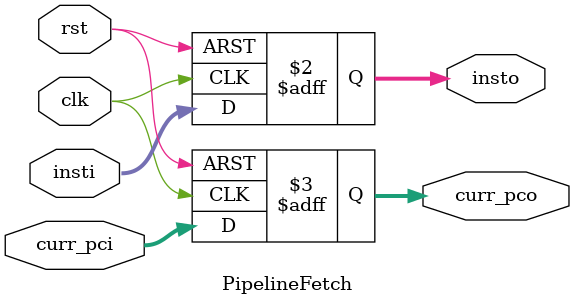
<source format=sv>
module PipelineFetch(input clk, rst,
						input logic[31:0] insti, curr_pci,
						output logic[31:0] insto, curr_pco);
		always_ff@(posedge clk or posedge rst)
		if(rst) begin
			insto = 32'b0;
			curr_pco = 32'b0;
		end
		else begin
			insto = insti;
			curr_pco = curr_pci;
		end
endmodule 
</source>
